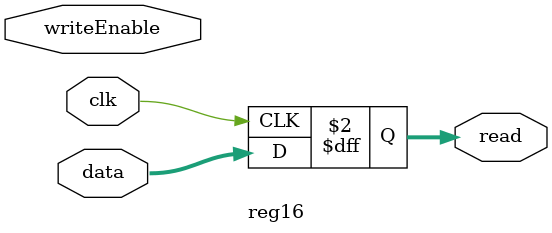
<source format=v>
`timescale 1ns / 1ps
module reg16(
    input writeEnable,
    input [15:0] data,
    input clk,
    output [15:0] read
    );
	always @(posedge clk)
	read <= data; 
endmodule


</source>
